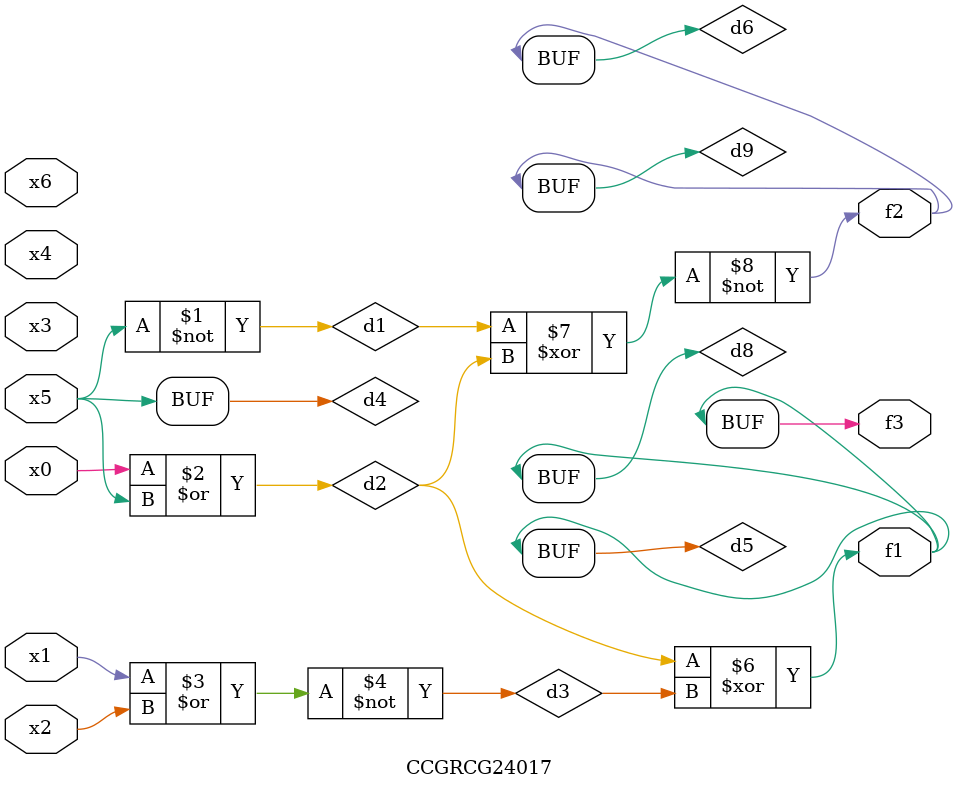
<source format=v>
module CCGRCG24017(
	input x0, x1, x2, x3, x4, x5, x6,
	output f1, f2, f3
);

	wire d1, d2, d3, d4, d5, d6, d7, d8, d9;

	nand (d1, x5);
	or (d2, x0, x5);
	nor (d3, x1, x2);
	xnor (d4, d1);
	xor (d5, d2, d3);
	xnor (d6, d1, d2);
	not (d7, x4);
	buf (d8, d5);
	xor (d9, d6);
	assign f1 = d8;
	assign f2 = d9;
	assign f3 = d8;
endmodule

</source>
